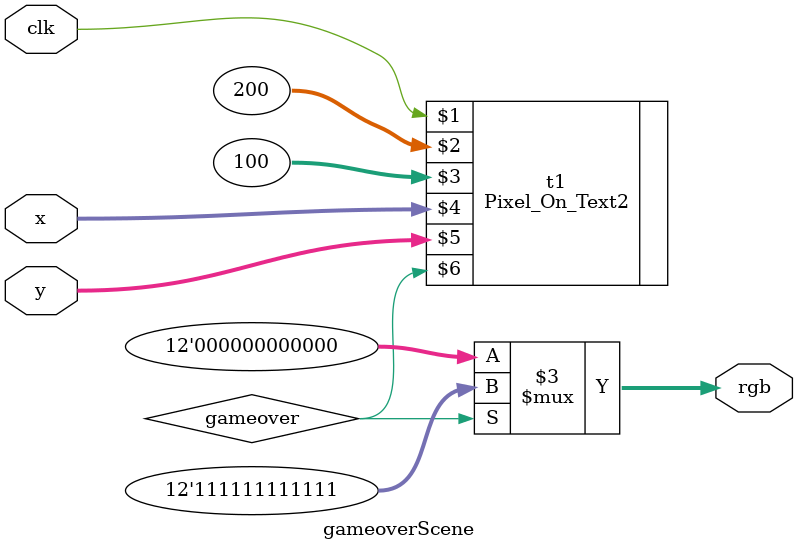
<source format=v>
`timescale 1ns / 1ps

module gameoverScene(
    output [11:0] rgb,
    input [31:0] x,
    input [31:0] y,
    input clk
    );
    
    wire gameover;
    Pixel_On_Text2 #(.displayText("Gameover: Press anykey to play again.")) t1(
        clk, 200, 100, x, y, gameover);
        
    assign rgb = gameover ? 12'hFFF : 12'h000;
endmodule

</source>
